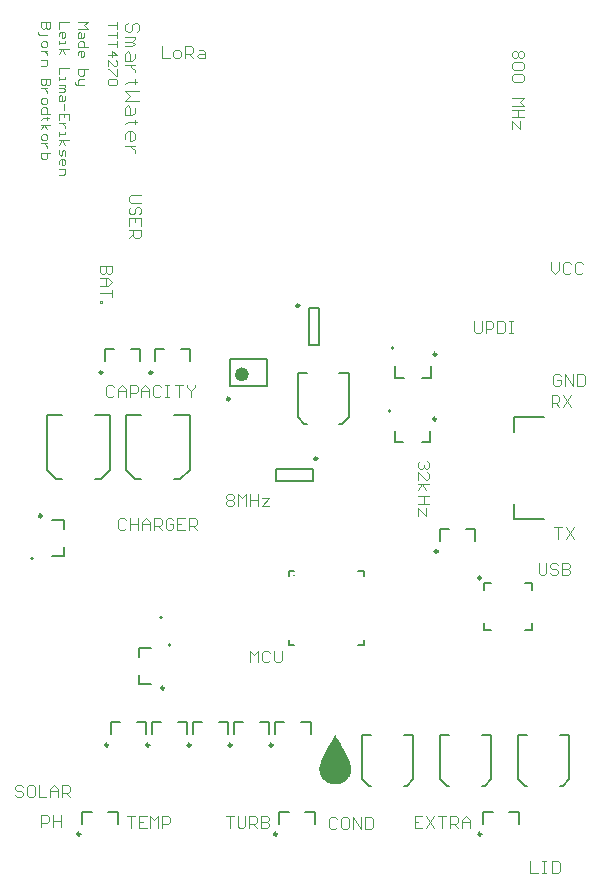
<source format=gto>
G04*
G04 #@! TF.GenerationSoftware,Altium Limited,Altium Designer,19.0.13 (425)*
G04*
G04 Layer_Color=65535*
%FSLAX25Y25*%
%MOIN*%
G70*
G01*
G75*
%ADD10C,0.00984*%
%ADD11C,0.02362*%
%ADD12C,0.00787*%
%ADD13C,0.00472*%
G36*
X111222Y99353D02*
X111238Y99320D01*
X111287Y99254D01*
X111337Y99156D01*
X111468Y98943D01*
X111615Y98713D01*
X111779Y98467D01*
X111911Y98254D01*
X111960Y98172D01*
X112009Y98106D01*
X112025Y98057D01*
X112042Y98041D01*
X112353Y97532D01*
X112681Y97008D01*
X112993Y96483D01*
X113272Y95991D01*
X113403Y95761D01*
X113518Y95564D01*
X113616Y95384D01*
X113715Y95220D01*
X113780Y95105D01*
X113829Y95007D01*
X113862Y94941D01*
X113879Y94925D01*
X114239Y94252D01*
X114584Y93596D01*
X114895Y92973D01*
X115043Y92694D01*
X115174Y92415D01*
X115289Y92169D01*
X115404Y91940D01*
X115486Y91743D01*
X115568Y91579D01*
X115633Y91431D01*
X115683Y91333D01*
X115699Y91268D01*
X115715Y91251D01*
X115863Y90907D01*
X115978Y90595D01*
X116093Y90284D01*
X116191Y90005D01*
X116273Y89742D01*
X116339Y89496D01*
X116388Y89283D01*
X116437Y89086D01*
X116470Y88906D01*
X116486Y88742D01*
X116503Y88611D01*
X116519Y88496D01*
X116535Y88414D01*
Y88348D01*
Y88315D01*
Y88299D01*
X116519Y87889D01*
X116470Y87512D01*
X116404Y87151D01*
X116322Y86839D01*
X116257Y86577D01*
X116224Y86479D01*
X116191Y86380D01*
X116158Y86315D01*
X116142Y86265D01*
X116125Y86233D01*
Y86216D01*
X115961Y85872D01*
X115781Y85544D01*
X115584Y85265D01*
X115404Y85003D01*
X115240Y84806D01*
X115109Y84658D01*
X115027Y84560D01*
X114994Y84544D01*
Y84527D01*
X114715Y84265D01*
X114420Y84052D01*
X114141Y83855D01*
X113862Y83691D01*
X113633Y83560D01*
X113452Y83461D01*
X113387Y83428D01*
X113337Y83395D01*
X113305Y83379D01*
X113288D01*
X112927Y83232D01*
X112550Y83133D01*
X112206Y83051D01*
X111878Y83002D01*
X111615Y82969D01*
X111501D01*
X111402Y82953D01*
X111205D01*
X110795Y82969D01*
X110418Y83018D01*
X110074Y83084D01*
X109762Y83166D01*
X109500Y83248D01*
X109401Y83281D01*
X109303Y83314D01*
X109237Y83346D01*
X109188Y83363D01*
X109155Y83379D01*
X109139D01*
X108778Y83560D01*
X108450Y83740D01*
X108171Y83937D01*
X107909Y84117D01*
X107712Y84281D01*
X107565Y84412D01*
X107466Y84494D01*
X107433Y84527D01*
X107171Y84806D01*
X106941Y85101D01*
X106745Y85380D01*
X106581Y85642D01*
X106466Y85872D01*
X106367Y86052D01*
X106335Y86118D01*
X106302Y86167D01*
X106285Y86200D01*
Y86216D01*
X106154Y86577D01*
X106056Y86954D01*
X105990Y87299D01*
X105941Y87627D01*
X105908Y87889D01*
Y88004D01*
X105892Y88102D01*
Y88184D01*
Y88250D01*
Y88283D01*
Y88299D01*
X105908Y88512D01*
X105925Y88742D01*
X106023Y89218D01*
X106154Y89710D01*
X106302Y90185D01*
X106384Y90398D01*
X106449Y90611D01*
X106515Y90792D01*
X106581Y90939D01*
X106630Y91071D01*
X106679Y91169D01*
X106695Y91235D01*
X106712Y91251D01*
X107023Y91956D01*
X107351Y92629D01*
X107515Y92940D01*
X107663Y93235D01*
X107811Y93531D01*
X107942Y93793D01*
X108073Y94039D01*
X108188Y94252D01*
X108286Y94449D01*
X108385Y94613D01*
X108450Y94744D01*
X108499Y94843D01*
X108532Y94908D01*
X108549Y94925D01*
X108909Y95581D01*
X109254Y96171D01*
X109418Y96450D01*
X109565Y96696D01*
X109713Y96942D01*
X109844Y97155D01*
X109959Y97352D01*
X110074Y97532D01*
X110156Y97680D01*
X110238Y97811D01*
X110303Y97909D01*
X110353Y97975D01*
X110369Y98024D01*
X110385Y98041D01*
X110533Y98270D01*
X110648Y98484D01*
X110763Y98664D01*
X110861Y98812D01*
X110943Y98943D01*
X111009Y99041D01*
X111058Y99139D01*
X111107Y99205D01*
X111156Y99304D01*
X111189Y99353D01*
X111205Y99369D01*
X111222Y99353D01*
D02*
G37*
D10*
X99232Y242520D02*
G03*
X99232Y242520I-492J0D01*
G01*
X54134Y115059D02*
G03*
X54134Y115059I-492J0D01*
G01*
X13366Y172462D02*
G03*
X13366Y172462I-492J0D01*
G01*
X76004Y211437D02*
G03*
X76004Y211437I-492J0D01*
G01*
X50197Y220256D02*
G03*
X50197Y220256I-492J0D01*
G01*
X33583Y220295D02*
G03*
X33583Y220295I-492J0D01*
G01*
X105252Y191516D02*
G03*
X105252Y191516I-492J0D01*
G01*
X159772Y151784D02*
G03*
X159772Y151784I-492J0D01*
G01*
X145374Y160646D02*
G03*
X145374Y160646I-492J0D01*
G01*
X49222Y96043D02*
G03*
X49222Y96043I-492J0D01*
G01*
X35512D02*
G03*
X35512Y96043I-492J0D01*
G01*
X76644D02*
G03*
X76644Y96043I-492J0D01*
G01*
X62933D02*
G03*
X62933Y96043I-492J0D01*
G01*
X26201Y66378D02*
G03*
X26201Y66378I-492J0D01*
G01*
X91791D02*
G03*
X91791Y66378I-492J0D01*
G01*
X159902D02*
G03*
X159902Y66378I-492J0D01*
G01*
X90354Y96043D02*
G03*
X90354Y96043I-492J0D01*
G01*
X144843Y204705D02*
G03*
X144843Y204705I-492J0D01*
G01*
X144921Y226339D02*
G03*
X144921Y226339I-492J0D01*
G01*
D11*
X81221Y219606D02*
G03*
X81221Y219606I-1181J0D01*
G01*
D12*
X10417Y158269D02*
G03*
X10417Y158269I-339J0D01*
G01*
X53506Y138622D02*
G03*
X53506Y138622I-317J0D01*
G01*
X56283Y129410D02*
G03*
X56283Y129410I-339J0D01*
G01*
X97390Y152665D02*
G03*
X97390Y152665I-79J0D01*
G01*
X129512Y207441D02*
G03*
X129512Y207441I-339J0D01*
G01*
X130654Y228543D02*
G03*
X130654Y228543I-339J0D01*
G01*
X102284Y229528D02*
X105827D01*
X102284Y241732D02*
X105827D01*
Y229528D02*
Y241732D01*
X102284Y229528D02*
Y241732D01*
X62638Y187884D02*
Y205945D01*
X57421D02*
X62638D01*
X41378D02*
X46595D01*
X41378Y187884D02*
Y205945D01*
X57421Y184685D02*
X59439D01*
X62638Y187884D01*
X41378D02*
X44577Y184685D01*
X46595D01*
X36220Y187884D02*
Y205945D01*
X31004D02*
X36220D01*
X14961D02*
X20177D01*
X14961Y187884D02*
Y205945D01*
X31004Y184685D02*
X33022D01*
X36220Y187884D01*
X14961D02*
X18159Y184685D01*
X20177D01*
X45866Y125492D02*
Y128347D01*
X49803D01*
X45866Y116535D02*
Y119390D01*
Y116535D02*
X49803D01*
X20650Y159175D02*
Y162029D01*
X16713Y159175D02*
X20650D01*
Y168131D02*
Y170986D01*
X16713D02*
X20650D01*
X76102Y215669D02*
X88307D01*
X76102Y224724D02*
X88307D01*
X76102Y215669D02*
Y224724D01*
X88307Y215669D02*
Y224724D01*
X59744Y228031D02*
X62795D01*
Y224095D02*
Y228031D01*
X50984D02*
X54035D01*
X50984Y224095D02*
Y228031D01*
X43130Y228071D02*
X46181D01*
Y224134D02*
Y228071D01*
X34370D02*
X37421D01*
X34370Y224134D02*
Y228071D01*
X100817Y203228D02*
X101752D01*
X98701Y205345D02*
X100817Y203228D01*
X113514D02*
X115630Y205345D01*
X112579Y203228D02*
X113514D01*
X98701Y205345D02*
Y220158D01*
X101752D01*
X112579D02*
X115630D01*
Y205345D02*
Y220158D01*
X148317Y82559D02*
X149252D01*
X146201Y84675D02*
X148317Y82559D01*
X161014D02*
X163130Y84675D01*
X160079Y82559D02*
X161014D01*
X146201Y84675D02*
Y99488D01*
X149252D01*
X160079D02*
X163130D01*
Y84675D02*
Y99488D01*
X122313Y82559D02*
X123248D01*
X120197Y84675D02*
X122313Y82559D01*
X135010D02*
X137126Y84675D01*
X134075Y82559D02*
X135010D01*
X120197Y84675D02*
Y99488D01*
X123248D01*
X134075D02*
X137126D01*
Y84675D02*
Y99488D01*
X174321Y82559D02*
X175256D01*
X172205Y84675D02*
X174321Y82559D01*
X187018D02*
X189134Y84675D01*
X186083Y82559D02*
X187018D01*
X172205Y84675D02*
Y99488D01*
X175256D01*
X186083D02*
X189134D01*
Y84675D02*
Y99488D01*
X91571Y184134D02*
X103776D01*
X91571Y188071D02*
X103776D01*
X91571Y184134D02*
Y188071D01*
X103776Y184134D02*
Y188071D01*
X170886Y171572D02*
X180886D01*
X170886D02*
Y176572D01*
Y200572D02*
Y205572D01*
X180886D01*
X95815Y152311D02*
Y154083D01*
X97587D01*
X118846D02*
X120618D01*
Y152311D02*
Y154083D01*
Y129279D02*
Y131051D01*
X118846Y129279D02*
X120618D01*
X95815D02*
Y131051D01*
Y129279D02*
X97587D01*
X160906Y150157D02*
X163268D01*
X160906Y147795D02*
Y150157D01*
Y134409D02*
X163268D01*
X160906D02*
Y136772D01*
X176654Y134409D02*
Y136772D01*
X174291Y134409D02*
X176654D01*
X174291Y150157D02*
X176654D01*
Y147795D02*
Y150157D01*
X146063Y163992D02*
Y167929D01*
X149213D01*
X157874Y163992D02*
Y167929D01*
X154724D02*
X157874D01*
X58770Y103819D02*
X61821D01*
Y99882D02*
Y103819D01*
X50010D02*
X53061D01*
X50010Y99882D02*
Y103819D01*
X45059D02*
X48110D01*
Y99882D02*
Y103819D01*
X36299D02*
X39350D01*
X36299Y99882D02*
Y103819D01*
X86191D02*
X89242D01*
Y99882D02*
Y103819D01*
X77431D02*
X80482D01*
X77431Y99882D02*
Y103819D01*
X72480D02*
X75532D01*
Y99882D02*
Y103819D01*
X63721D02*
X66772D01*
X63721Y99882D02*
Y103819D01*
X26890Y69724D02*
Y73661D01*
X30039D01*
X38701Y69724D02*
Y73661D01*
X35551D02*
X38701D01*
X92480Y69724D02*
Y73661D01*
X95630D01*
X104291Y69724D02*
Y73661D01*
X101142D02*
X104291D01*
X160591Y69724D02*
Y73661D01*
X163740D01*
X172402Y69724D02*
Y73661D01*
X169252D02*
X172402D01*
X99902Y103819D02*
X102953D01*
Y99882D02*
Y103819D01*
X91142D02*
X94193D01*
X91142Y99882D02*
Y103819D01*
X131063Y196929D02*
X133917D01*
X131063D02*
Y200866D01*
X140020Y196929D02*
X142874D01*
Y200866D01*
X131142Y218563D02*
X133996D01*
X131142D02*
Y222500D01*
X140098Y218563D02*
X142953D01*
Y222500D01*
D13*
X38503Y337008D02*
Y334909D01*
Y335958D01*
X35354D01*
X38503Y333859D02*
Y331760D01*
Y332810D01*
X35354D01*
X38503Y330711D02*
Y328612D01*
Y329661D01*
X35354D01*
Y325988D02*
X38503D01*
X36929Y327562D01*
Y325463D01*
X35354Y322314D02*
Y324413D01*
X37453Y322314D01*
X37978D01*
X38503Y322839D01*
Y323889D01*
X37978Y324413D01*
X38503Y321265D02*
Y319166D01*
X37978D01*
X35879Y321265D01*
X35354D01*
X37978Y318116D02*
X38503Y317592D01*
Y316542D01*
X37978Y316017D01*
X35879D01*
X35354Y316542D01*
Y317592D01*
X35879Y318116D01*
X37978D01*
X16259Y337008D02*
X13110D01*
Y335434D01*
X13635Y334909D01*
X14160D01*
X14684Y335434D01*
Y337008D01*
Y335434D01*
X15209Y334909D01*
X15734D01*
X16259Y335434D01*
Y337008D01*
X12061Y333859D02*
Y333334D01*
X12585Y332810D01*
X15209D01*
X13110Y330186D02*
Y329136D01*
X13635Y328612D01*
X14684D01*
X15209Y329136D01*
Y330186D01*
X14684Y330711D01*
X13635D01*
X13110Y330186D01*
X15209Y327562D02*
X13110D01*
X14160D01*
X14684Y327037D01*
X15209Y326513D01*
Y325988D01*
X13110Y324413D02*
X15209D01*
Y322839D01*
X14684Y322314D01*
X13110D01*
X16259Y318116D02*
X13110D01*
Y316542D01*
X13635Y316017D01*
X14160D01*
X14684Y316542D01*
Y318116D01*
Y316542D01*
X15209Y316017D01*
X15734D01*
X16259Y316542D01*
Y318116D01*
X15209Y314968D02*
X13110D01*
X14160D01*
X14684Y314443D01*
X15209Y313918D01*
Y313393D01*
X13110Y311294D02*
Y310245D01*
X13635Y309720D01*
X14684D01*
X15209Y310245D01*
Y311294D01*
X14684Y311819D01*
X13635D01*
X13110Y311294D01*
X16259Y306572D02*
X13110D01*
Y308146D01*
X13635Y308670D01*
X14684D01*
X15209Y308146D01*
Y306572D01*
X15734Y304997D02*
X15209D01*
Y305522D01*
Y304472D01*
Y304997D01*
X13635D01*
X13110Y304472D01*
Y302898D02*
X16259D01*
X14160D02*
X15209Y301324D01*
X14160Y302898D02*
X13110Y301324D01*
Y299225D02*
Y298175D01*
X13635Y297651D01*
X14684D01*
X15209Y298175D01*
Y299225D01*
X14684Y299749D01*
X13635D01*
X13110Y299225D01*
X15209Y296601D02*
X13110D01*
X14160D01*
X14684Y296076D01*
X15209Y295551D01*
Y295027D01*
X16259Y293452D02*
X13110D01*
Y291878D01*
X13635Y291353D01*
X14160D01*
X14684D01*
X15209Y291878D01*
Y293452D01*
X22322Y337008D02*
X19173D01*
Y334909D01*
Y332285D02*
Y333334D01*
X19698Y333859D01*
X20748D01*
X21272Y333334D01*
Y332285D01*
X20748Y331760D01*
X20223D01*
Y333859D01*
X19173Y330711D02*
Y329661D01*
Y330186D01*
X21272D01*
Y330711D01*
X19173Y328087D02*
X22322D01*
X20223D02*
X21272Y326513D01*
X20223Y328087D02*
X19173Y326513D01*
X22322Y321790D02*
X19173D01*
Y319691D01*
Y318641D02*
Y317592D01*
Y318116D01*
X21272D01*
Y318641D01*
X19173Y316017D02*
X21272D01*
Y315493D01*
X20748Y314968D01*
X19173D01*
X20748D01*
X21272Y314443D01*
X20748Y313918D01*
X19173D01*
X21272Y312344D02*
Y311294D01*
X20748Y310770D01*
X19173D01*
Y312344D01*
X19698Y312869D01*
X20223Y312344D01*
Y310770D01*
X20748Y309720D02*
Y307621D01*
X22322Y304472D02*
Y306572D01*
X19173D01*
Y304472D01*
X20748Y306572D02*
Y305522D01*
X21272Y303423D02*
X19173D01*
X20223D01*
X20748Y302898D01*
X21272Y302373D01*
Y301849D01*
X19173Y300274D02*
Y299225D01*
Y299749D01*
X21272D01*
Y300274D01*
X19173Y297651D02*
X22322D01*
X20223D02*
X21272Y296076D01*
X20223Y297651D02*
X19173Y296076D01*
Y294502D02*
Y292928D01*
X19698Y292403D01*
X20223Y292928D01*
Y293977D01*
X20748Y294502D01*
X21272Y293977D01*
Y292403D01*
X19173Y289779D02*
Y290828D01*
X19698Y291353D01*
X20748D01*
X21272Y290828D01*
Y289779D01*
X20748Y289254D01*
X20223D01*
Y291353D01*
X19173Y288205D02*
X21272D01*
Y286630D01*
X20748Y286106D01*
X19173D01*
X25512Y337008D02*
X28660D01*
X27611Y335958D01*
X28660Y334909D01*
X25512D01*
X27611Y333334D02*
Y332285D01*
X27086Y331760D01*
X25512D01*
Y333334D01*
X26037Y333859D01*
X26561Y333334D01*
Y331760D01*
X28660Y328612D02*
X25512D01*
Y330186D01*
X26037Y330711D01*
X27086D01*
X27611Y330186D01*
Y328612D01*
X25512Y325988D02*
Y327037D01*
X26037Y327562D01*
X27086D01*
X27611Y327037D01*
Y325988D01*
X27086Y325463D01*
X26561D01*
Y327562D01*
X28660Y321265D02*
X25512D01*
Y319691D01*
X26037Y319166D01*
X26561D01*
X27086D01*
X27611Y319691D01*
Y321265D01*
Y318116D02*
X26037D01*
X25512Y317592D01*
Y316017D01*
X24987D01*
X24462Y316542D01*
Y317067D01*
X25512Y316017D02*
X27611D01*
X53347Y329054D02*
Y325118D01*
X55970D01*
X57938D02*
X59250D01*
X59906Y325774D01*
Y327086D01*
X59250Y327742D01*
X57938D01*
X57282Y327086D01*
Y325774D01*
X57938Y325118D01*
X61218D02*
Y329054D01*
X63186D01*
X63842Y328398D01*
Y327086D01*
X63186Y326430D01*
X61218D01*
X62530D02*
X63842Y325118D01*
X65810Y327742D02*
X67122D01*
X67778Y327086D01*
Y325118D01*
X65810D01*
X65154Y325774D01*
X65810Y326430D01*
X67778D01*
X46534Y279488D02*
X43254D01*
X42598Y278832D01*
Y277520D01*
X43254Y276864D01*
X46534D01*
X45878Y272929D02*
X46534Y273585D01*
Y274897D01*
X45878Y275552D01*
X45222D01*
X44566Y274897D01*
Y273585D01*
X43910Y272929D01*
X43254D01*
X42598Y273585D01*
Y274897D01*
X43254Y275552D01*
X46534Y268993D02*
Y271617D01*
X42598D01*
Y268993D01*
X44566Y271617D02*
Y270305D01*
X42598Y267681D02*
X46534D01*
Y265713D01*
X45878Y265057D01*
X44566D01*
X43910Y265713D01*
Y267681D01*
Y266369D02*
X42598Y265057D01*
X178976Y156849D02*
Y153569D01*
X179632Y152913D01*
X180944D01*
X181600Y153569D01*
Y156849D01*
X185536Y156193D02*
X184880Y156849D01*
X183568D01*
X182912Y156193D01*
Y155537D01*
X183568Y154881D01*
X184880D01*
X185536Y154225D01*
Y153569D01*
X184880Y152913D01*
X183568D01*
X182912Y153569D01*
X186848Y156849D02*
Y152913D01*
X188816D01*
X189472Y153569D01*
Y154225D01*
X188816Y154881D01*
X186848D01*
X188816D01*
X189472Y155537D01*
Y156193D01*
X188816Y156849D01*
X186848D01*
X7073Y81981D02*
X6417Y82636D01*
X5105D01*
X4449Y81981D01*
Y81325D01*
X5105Y80669D01*
X6417D01*
X7073Y80013D01*
Y79357D01*
X6417Y78701D01*
X5105D01*
X4449Y79357D01*
X10352Y82636D02*
X9041D01*
X8385Y81981D01*
Y79357D01*
X9041Y78701D01*
X10352D01*
X11008Y79357D01*
Y81981D01*
X10352Y82636D01*
X12320D02*
Y78701D01*
X14944D01*
X16256D02*
Y81325D01*
X17568Y82636D01*
X18880Y81325D01*
Y78701D01*
Y80669D01*
X16256D01*
X20192Y78701D02*
Y82636D01*
X22160D01*
X22816Y81981D01*
Y80669D01*
X22160Y80013D01*
X20192D01*
X21504D02*
X22816Y78701D01*
X36810Y255787D02*
X32874D01*
Y253819D01*
X33530Y253164D01*
X34186D01*
X34842Y253819D01*
Y255787D01*
Y253819D01*
X35498Y253164D01*
X36154D01*
X36810Y253819D01*
Y255787D01*
X32874Y251852D02*
X35498D01*
X36810Y250540D01*
X35498Y249228D01*
X32874D01*
X34842D01*
Y251852D01*
X36810Y247916D02*
Y245292D01*
Y246604D01*
X32874D01*
Y243980D02*
X33530D01*
Y243324D01*
X32874D01*
Y243980D01*
X41521Y171193D02*
X40865Y171849D01*
X39554D01*
X38898Y171193D01*
Y168569D01*
X39554Y167913D01*
X40865D01*
X41521Y168569D01*
X42833Y171849D02*
Y167913D01*
Y169881D01*
X45457D01*
Y171849D01*
Y167913D01*
X46769D02*
Y170537D01*
X48081Y171849D01*
X49393Y170537D01*
Y167913D01*
Y169881D01*
X46769D01*
X50705Y167913D02*
Y171849D01*
X52673D01*
X53329Y171193D01*
Y169881D01*
X52673Y169225D01*
X50705D01*
X52017D02*
X53329Y167913D01*
X57264Y171193D02*
X56608Y171849D01*
X55297D01*
X54641Y171193D01*
Y168569D01*
X55297Y167913D01*
X56608D01*
X57264Y168569D01*
Y169881D01*
X55953D01*
X61200Y171849D02*
X58576D01*
Y167913D01*
X61200D01*
X58576Y169881D02*
X59888D01*
X62512Y167913D02*
Y171849D01*
X64480D01*
X65136Y171193D01*
Y169881D01*
X64480Y169225D01*
X62512D01*
X63824D02*
X65136Y167913D01*
X173319Y327559D02*
X173975Y326903D01*
Y325591D01*
X173319Y324935D01*
X172663D01*
X172007Y325591D01*
X171351Y324935D01*
X170695D01*
X170039Y325591D01*
Y326903D01*
X170695Y327559D01*
X171351D01*
X172007Y326903D01*
X172663Y327559D01*
X173319D01*
X172007Y326903D02*
Y325591D01*
X173319Y323623D02*
X173975Y322967D01*
Y321656D01*
X173319Y321000D01*
X170695D01*
X170039Y321656D01*
Y322967D01*
X170695Y323623D01*
X173319D01*
Y319688D02*
X173975Y319032D01*
Y317720D01*
X173319Y317064D01*
X170695D01*
X170039Y317720D01*
Y319032D01*
X170695Y319688D01*
X173319D01*
X170039Y311816D02*
X173975D01*
X172663Y310504D01*
X173975Y309192D01*
X170039D01*
X173975Y307880D02*
X170039D01*
X172007D01*
Y305257D01*
X173975D01*
X170039D01*
X172663Y303945D02*
Y301321D01*
X170039Y303945D01*
Y301321D01*
X176142Y57361D02*
Y53425D01*
X178766D01*
X180078Y57361D02*
X181389D01*
X180733D01*
Y53425D01*
X180078D01*
X181389D01*
X183357Y57361D02*
Y53425D01*
X185325D01*
X185981Y54081D01*
Y56705D01*
X185325Y57361D01*
X183357D01*
X45117Y333662D02*
X45904Y334450D01*
Y336024D01*
X45117Y336811D01*
X44330D01*
X43543Y336024D01*
Y334450D01*
X42755Y333662D01*
X41968D01*
X41181Y334450D01*
Y336024D01*
X41968Y336811D01*
X41181Y332088D02*
X44330D01*
Y331301D01*
X43543Y330514D01*
X41181D01*
X43543D01*
X44330Y329727D01*
X43543Y328940D01*
X41181D01*
X44330Y326578D02*
Y325004D01*
X43543Y324217D01*
X41181D01*
Y326578D01*
X41968Y327365D01*
X42755Y326578D01*
Y324217D01*
X44330Y322642D02*
X41181D01*
X42755D01*
X43543Y321855D01*
X44330Y321068D01*
Y320281D01*
X45117Y317132D02*
X44330D01*
Y317919D01*
Y316345D01*
Y317132D01*
X41968D01*
X41181Y316345D01*
X45904Y313984D02*
X41181D01*
X42755Y312409D01*
X41181Y310835D01*
X45904D01*
X44330Y308474D02*
Y306899D01*
X43543Y306112D01*
X41181D01*
Y308474D01*
X41968Y309261D01*
X42755Y308474D01*
Y306112D01*
X45117Y303751D02*
X44330D01*
Y304538D01*
Y302964D01*
Y303751D01*
X41968D01*
X41181Y302964D01*
Y298241D02*
Y299815D01*
X41968Y300602D01*
X43543D01*
X44330Y299815D01*
Y298241D01*
X43543Y297454D01*
X42755D01*
Y300602D01*
X44330Y295879D02*
X41181D01*
X42755D01*
X43543Y295092D01*
X44330Y294305D01*
Y293518D01*
X37427Y215504D02*
X36771Y216160D01*
X35459D01*
X34803Y215504D01*
Y212880D01*
X35459Y212224D01*
X36771D01*
X37427Y212880D01*
X38739Y212224D02*
Y214848D01*
X40051Y216160D01*
X41363Y214848D01*
Y212224D01*
Y214192D01*
X38739D01*
X42675Y212224D02*
Y216160D01*
X44642D01*
X45298Y215504D01*
Y214192D01*
X44642Y213536D01*
X42675D01*
X46610Y212224D02*
Y214848D01*
X47922Y216160D01*
X49234Y214848D01*
Y212224D01*
Y214192D01*
X46610D01*
X53170Y215504D02*
X52514Y216160D01*
X51202D01*
X50546Y215504D01*
Y212880D01*
X51202Y212224D01*
X52514D01*
X53170Y212880D01*
X54482Y216160D02*
X55794D01*
X55138D01*
Y212224D01*
X54482D01*
X55794D01*
X57762Y216160D02*
X60386D01*
X59074D01*
Y212224D01*
X61697Y216160D02*
Y215504D01*
X63009Y214192D01*
X64321Y215504D01*
Y216160D01*
X63009Y214192D02*
Y212224D01*
X111876Y71469D02*
X111220Y72125D01*
X109908D01*
X109252Y71469D01*
Y68845D01*
X109908Y68189D01*
X111220D01*
X111876Y68845D01*
X115156Y72125D02*
X113844D01*
X113188Y71469D01*
Y68845D01*
X113844Y68189D01*
X115156D01*
X115812Y68845D01*
Y71469D01*
X115156Y72125D01*
X117123Y68189D02*
Y72125D01*
X119747Y68189D01*
Y72125D01*
X121059D02*
Y68189D01*
X123027D01*
X123683Y68845D01*
Y71469D01*
X123027Y72125D01*
X121059D01*
X140262Y72282D02*
X137638D01*
Y68347D01*
X140262D01*
X137638Y70314D02*
X138950D01*
X141574Y72282D02*
X144197Y68347D01*
Y72282D02*
X141574Y68347D01*
X145509Y72282D02*
X148133D01*
X146821D01*
Y68347D01*
X149445D02*
Y72282D01*
X151413D01*
X152069Y71626D01*
Y70314D01*
X151413Y69658D01*
X149445D01*
X150757D02*
X152069Y68347D01*
X153381D02*
Y70970D01*
X154693Y72282D01*
X156005Y70970D01*
Y68347D01*
Y70314D01*
X153381D01*
X74685Y72518D02*
X77309D01*
X75997D01*
Y68583D01*
X78621Y72518D02*
Y69239D01*
X79277Y68583D01*
X80589D01*
X81245Y69239D01*
Y72518D01*
X82556Y68583D02*
Y72518D01*
X84524D01*
X85180Y71863D01*
Y70551D01*
X84524Y69895D01*
X82556D01*
X83868D02*
X85180Y68583D01*
X86492Y72518D02*
Y68583D01*
X88460D01*
X89116Y69239D01*
Y69895D01*
X88460Y70551D01*
X86492D01*
X88460D01*
X89116Y71206D01*
Y71863D01*
X88460Y72518D01*
X86492D01*
X41732Y72322D02*
X44356D01*
X43044D01*
Y68386D01*
X48292Y72322D02*
X45668D01*
Y68386D01*
X48292D01*
X45668Y70354D02*
X46980D01*
X49604Y68386D02*
Y72322D01*
X50916Y71010D01*
X52228Y72322D01*
Y68386D01*
X53540D02*
Y72322D01*
X55507D01*
X56163Y71666D01*
Y70354D01*
X55507Y69698D01*
X53540D01*
X13268Y68701D02*
Y72636D01*
X15236D01*
X15891Y71981D01*
Y70669D01*
X15236Y70013D01*
X13268D01*
X17203Y72636D02*
Y68701D01*
Y70669D01*
X19827D01*
Y72636D01*
Y68701D01*
X82795Y123622D02*
Y127558D01*
X84107Y126246D01*
X85419Y127558D01*
Y123622D01*
X89355Y126902D02*
X88699Y127558D01*
X87387D01*
X86731Y126902D01*
Y124278D01*
X87387Y123622D01*
X88699D01*
X89355Y124278D01*
X90667Y127558D02*
Y124278D01*
X91323Y123622D01*
X92635D01*
X93291Y124278D01*
Y127558D01*
X74843Y179028D02*
X75498Y179684D01*
X76810D01*
X77466Y179028D01*
Y178372D01*
X76810Y177716D01*
X77466Y177060D01*
Y176404D01*
X76810Y175748D01*
X75498D01*
X74843Y176404D01*
Y177060D01*
X75498Y177716D01*
X74843Y178372D01*
Y179028D01*
X75498Y177716D02*
X76810D01*
X78778Y175748D02*
Y179684D01*
X80090Y178372D01*
X81402Y179684D01*
Y175748D01*
X82714Y179684D02*
Y175748D01*
Y177716D01*
X85338D01*
Y179684D01*
Y175748D01*
X86650Y178372D02*
X89274D01*
X86650Y175748D01*
X89274D01*
X141941Y190866D02*
X142597Y190210D01*
Y188898D01*
X141941Y188242D01*
X141285D01*
X140629Y188898D01*
Y189554D01*
Y188898D01*
X139973Y188242D01*
X139317D01*
X138661Y188898D01*
Y190210D01*
X139317Y190866D01*
X138661Y184307D02*
Y186930D01*
X141285Y184307D01*
X141941D01*
X142597Y184962D01*
Y186274D01*
X141941Y186930D01*
X138661Y182995D02*
X142597D01*
X139973D02*
X141285Y181027D01*
X139973Y182995D02*
X138661Y181027D01*
X142597Y179059D02*
X138661D01*
X140629D01*
Y176435D01*
X142597D01*
X138661D01*
X141285Y175123D02*
Y172499D01*
X138661Y175123D01*
Y172499D01*
X186521Y218988D02*
X185865Y219644D01*
X184554D01*
X183898Y218988D01*
Y216365D01*
X184554Y215709D01*
X185865D01*
X186521Y216365D01*
Y217676D01*
X185210D01*
X187833Y215709D02*
Y219644D01*
X190457Y215709D01*
Y219644D01*
X191769D02*
Y215709D01*
X193737D01*
X194393Y216365D01*
Y218988D01*
X193737Y219644D01*
X191769D01*
X183228Y257085D02*
Y254462D01*
X184540Y253150D01*
X185852Y254462D01*
Y257085D01*
X189788Y256429D02*
X189132Y257085D01*
X187820D01*
X187164Y256429D01*
Y253806D01*
X187820Y253150D01*
X189132D01*
X189788Y253806D01*
X193724Y256429D02*
X193068Y257085D01*
X191756D01*
X191100Y256429D01*
Y253806D01*
X191756Y253150D01*
X193068D01*
X193724Y253806D01*
X157362Y237440D02*
Y234160D01*
X158018Y233504D01*
X159330D01*
X159986Y234160D01*
Y237440D01*
X161298Y233504D02*
Y237440D01*
X163266D01*
X163922Y236784D01*
Y235472D01*
X163266Y234816D01*
X161298D01*
X165234Y237440D02*
Y233504D01*
X167201D01*
X167858Y234160D01*
Y236784D01*
X167201Y237440D01*
X165234D01*
X169169D02*
X170481D01*
X169825D01*
Y233504D01*
X169169D01*
X170481D01*
X184252Y168700D02*
X186876D01*
X185564D01*
Y164764D01*
X188188Y168700D02*
X190812Y164764D01*
Y168700D02*
X188188Y164764D01*
X183307Y208780D02*
Y212715D01*
X185275D01*
X185931Y212059D01*
Y210747D01*
X185275Y210091D01*
X183307D01*
X184619D02*
X185931Y208780D01*
X187243Y212715D02*
X189867Y208780D01*
Y212715D02*
X187243Y208780D01*
M02*

</source>
